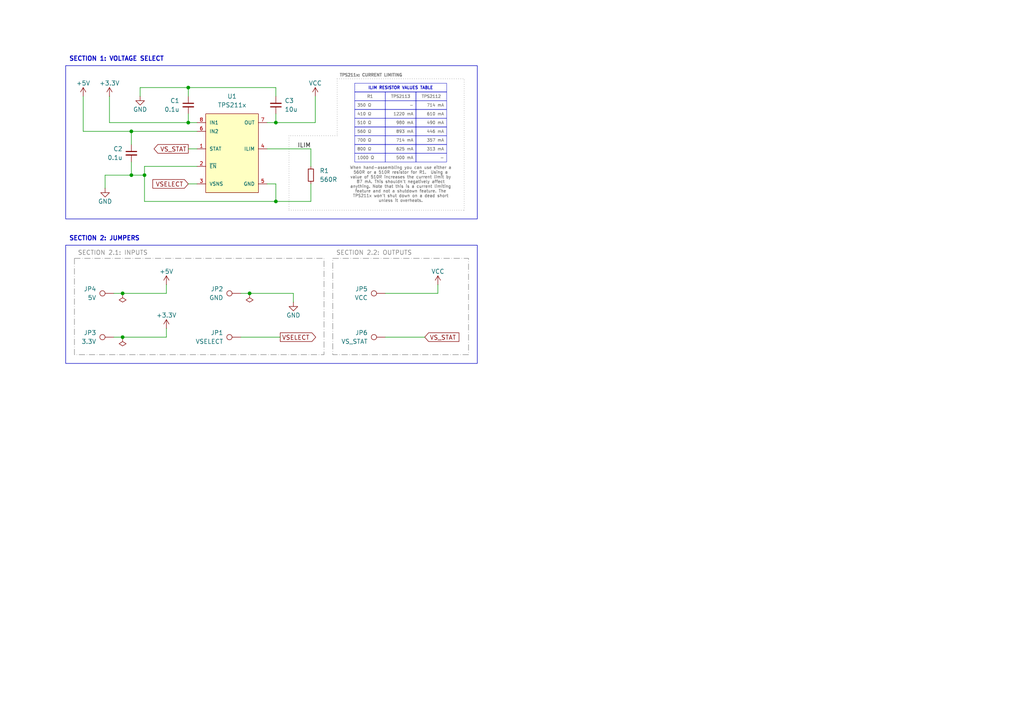
<source format=kicad_sch>
(kicad_sch (version 20231120) (generator "eeschema") (generator_version "8.0")
  (paper "A4")
  (title_block (title "OSCR Automatic Voltage Selection Module (VSELECT)") (date "2024-08-27") (rev "3"))
  (lib_symbols
    (symbol "!OSCRMisc:IC - VSELECT - TPS2113" (pin_names (offset 1.016))
      (property "Reference" "U" (at 7.62 1.27 0))
      (symbol "IC - VSELECT - TPS2113_1_1"
        (rectangle (start 0 0) (end 15.24 -22.86) (fill (type background)))
        (pin passive line (at -2.54 -10.16 0) (length 2.54) (name "STAT") (number "1"))
        (pin input line (at -2.54 -15.24 0) (length 2.54) (name "~{EN}") (number "2"))
        (pin input line (at -2.54 -20.32 0) (length 2.54) (name "VSNS") (number "3"))
        (pin input line (at 17.78 -10.16 180) (length 2.54) (name "ILIM") (number "4"))
        (pin power_in line (at 17.78 -20.32 180) (length 2.54) (name "GND") (number "5"))
        (pin power_in line (at -2.54 -5.08 0) (length 2.54) (name "IN2") (number "6"))
        (pin power_out line (at 17.78 -2.54 180) (length 2.54) (name "OUT") (number "7"))
        (pin power_in line (at -2.54 -2.54 0) (length 2.54) (name "IN1") (number "8"))
        (pin power_in line (at 17.78 -20.32 180) (length 2.54) hide (name "GND") (number "9"))
      )
    )
    (symbol "Connector:TestPoint" (pin_numbers hide) (pin_names (offset 0.762) hide)
      (property "Reference" "TP" (at 0 6.858 0))
      (property "Value" "TestPoint" (at 0 5.08 0))
      (symbol "TestPoint_0_1"
        (circle (center 0 3.302) (radius 0.762))
      )
      (symbol "TestPoint_1_1"
        (pin passive line (at 0 0 90) (length 2.54) (name "1") (number "1"))
      )
    )
    (symbol "Device:C_Small" (pin_numbers hide) (pin_names (offset 0.254) hide)
      (property "Reference" "C" (at 0.254 1.778 0))
      (property "Value" "C_Small" (at 0.254 -2.032 0))
      (symbol "C_Small_0_1"
        (polyline (pts (xy -1.524 -0.508) (xy 1.524 -0.508)) (stroke (width 0.3302)))
        (polyline (pts (xy -1.524 0.508) (xy 1.524 0.508)) (stroke (width 0.3048)))
      )
      (symbol "C_Small_1_1"
        (pin passive line (at 0 2.54 270) (length 2.032) (name "~") (number "1"))
        (pin passive line (at 0 -2.54 90) (length 2.032) (name "~") (number "2"))
      )
    )
    (symbol "Device:R_Small" (pin_numbers hide) (pin_names (offset 0.254) hide)
      (property "Reference" "R" (at 0.762 0.508 0))
      (property "Value" "R_Small" (at 0.762 -1.016 0))
      (symbol "R_Small_0_1"
        (rectangle (start -0.762 1.778) (end 0.762 -1.778) (stroke (width 0.2032)))
      )
      (symbol "R_Small_1_1"
        (pin passive line (at 0 2.54 270) (length 0.762) (name "~") (number "1"))
        (pin passive line (at 0 -2.54 90) (length 0.762) (name "~") (number "2"))
      )
    )
    (symbol "power:+3.3V" (power) (pin_numbers hide) (pin_names (offset 0) hide)
      (property "Value" "+3.3V" (at 0 3.556 0))
      (symbol "+3.3V_0_1"
        (polyline (pts (xy -0.762 1.27) (xy 0 2.54)))
        (polyline (pts (xy 0 0) (xy 0 2.54)))
        (polyline (pts (xy 0 2.54) (xy 0.762 1.27)))
      )
      (symbol "+3.3V_1_1"
        (pin power_in line (at 0 0 90) (length 0) (name "~") (number "1"))
      )
    )
    (symbol "power:+5V" (power) (pin_numbers hide) (pin_names (offset 0) hide)
      (property "Value" "+5V" (at 0 3.556 0))
      (symbol "+5V_0_1"
        (polyline (pts (xy -0.762 1.27) (xy 0 2.54)))
        (polyline (pts (xy 0 0) (xy 0 2.54)))
        (polyline (pts (xy 0 2.54) (xy 0.762 1.27)))
      )
      (symbol "+5V_1_1"
        (pin power_in line (at 0 0 90) (length 0) (name "~") (number "1"))
      )
    )
    (symbol "power:GND" (power) (pin_numbers hide) (pin_names (offset 0) hide)
      (property "Value" "GND" (at 0 -3.81 0))
      (symbol "GND_0_1"
        (polyline (pts (xy 0 0) (xy 0 -1.27) (xy 1.27 -1.27) (xy 0 -2.54) (xy -1.27 -1.27) (xy 0 -1.27)))
      )
      (symbol "GND_1_1"
        (pin power_in line (at 0 0 270) (length 0) (name "~") (number "1"))
      )
    )
    (symbol "power:PWR_FLAG" (power) (pin_numbers hide) (pin_names (offset 0) hide)
      (property "Value" "PWR_FLAG" (at 0 3.81 0))
      (symbol "PWR_FLAG_0_0"
        (pin power_out line (at 0 0 90) (length 0) (name "~") (number "1"))
      )
      (symbol "PWR_FLAG_0_1"
        (polyline (pts (xy 0 0) (xy 0 1.27) (xy -1.016 1.905) (xy 0 2.54) (xy 1.016 1.905) (xy 0 1.27)))
      )
    )
    (symbol "power:VCC" (power) (pin_numbers hide) (pin_names (offset 0) hide)
      (property "Value" "VCC" (at 0 3.556 0))
      (symbol "VCC_0_1"
        (polyline (pts (xy -0.762 1.27) (xy 0 2.54)))
        (polyline (pts (xy 0 0) (xy 0 2.54)))
        (polyline (pts (xy 0 2.54) (xy 0.762 1.27)))
      )
      (symbol "VCC_1_1"
        (pin power_in line (at 0 0 90) (length 0) (name "~") (number "1"))
      )
    )
  )
  (junction (at 72.39 85.09))
  (junction (at 35.56 97.79))
  (junction (at 80.01 35.56))
  (junction (at 54.61 35.56))
  (junction (at 38.1 50.8))
  (junction (at 35.56 85.09))
  (junction (at 54.61 25.4))
  (junction (at 41.91 50.8))
  (junction (at 80.01 58.42))
  (junction (at 38.1 38.1))
  (wire (pts (xy 127 82.55) (xy 127 85.09)))
  (wire (pts (xy 41.91 58.42) (xy 80.01 58.42)))
  (wire (pts (xy 24.13 38.1) (xy 24.13 27.94)))
  (wire (pts (xy 111.76 97.79) (xy 123.19 97.79)))
  (polyline (pts (xy 97.79 22.86) (xy 97.79 39.37)) (stroke (width 0) (type dot) (color 132 132 132 1)))
  (wire (pts (xy 77.47 53.34) (xy 80.01 53.34)))
  (polyline (pts (xy 134.62 60.96) (xy 134.62 22.86)) (stroke (width 0) (type dot) (color 132 132 132 1)))
  (wire (pts (xy 54.61 53.34) (xy 57.15 53.34)))
  (wire (pts (xy 69.85 97.79) (xy 81.28 97.79)))
  (wire (pts (xy 85.09 85.09) (xy 85.09 87.63)))
  (wire (pts (xy 38.1 38.1) (xy 57.15 38.1)))
  (wire (pts (xy 80.01 25.4) (xy 54.61 25.4)))
  (wire (pts (xy 80.01 58.42) (xy 90.17 58.42)))
  (wire (pts (xy 80.01 53.34) (xy 80.01 58.42)))
  (wire (pts (xy 35.56 97.79) (xy 48.26 97.79)))
  (wire (pts (xy 54.61 33.02) (xy 54.61 35.56)))
  (wire (pts (xy 38.1 38.1) (xy 24.13 38.1)))
  (wire (pts (xy 54.61 43.18) (xy 57.15 43.18)))
  (wire (pts (xy 30.48 50.8) (xy 30.48 54.61)))
  (wire (pts (xy 69.85 85.09) (xy 72.39 85.09)))
  (wire (pts (xy 57.15 48.26) (xy 41.91 48.26)))
  (wire (pts (xy 38.1 50.8) (xy 30.48 50.8)))
  (wire (pts (xy 33.02 85.09) (xy 35.56 85.09)))
  (wire (pts (xy 111.76 85.09) (xy 127 85.09)))
  (wire (pts (xy 72.39 85.09) (xy 85.09 85.09)))
  (wire (pts (xy 80.01 33.02) (xy 80.01 35.56)))
  (wire (pts (xy 91.44 27.94) (xy 91.44 35.56)))
  (wire (pts (xy 31.75 27.94) (xy 31.75 35.56)))
  (wire (pts (xy 40.64 27.94) (xy 40.64 25.4)))
  (wire (pts (xy 38.1 38.1) (xy 38.1 41.91)))
  (wire (pts (xy 33.02 97.79) (xy 35.56 97.79)))
  (wire (pts (xy 31.75 35.56) (xy 54.61 35.56)))
  (wire (pts (xy 80.01 35.56) (xy 91.44 35.56)))
  (wire (pts (xy 90.17 53.34) (xy 90.17 58.42)))
  (wire (pts (xy 35.56 85.09) (xy 48.26 85.09)))
  (wire (pts (xy 40.64 25.4) (xy 54.61 25.4)))
  (wire (pts (xy 48.26 95.25) (xy 48.26 97.79)))
  (wire (pts (xy 54.61 35.56) (xy 57.15 35.56)))
  (wire (pts (xy 77.47 35.56) (xy 80.01 35.56)))
  (wire (pts (xy 54.61 25.4) (xy 54.61 27.94)))
  (polyline (pts (xy 83.82 39.37) (xy 83.82 60.96)) (stroke (width 0) (type dot) (color 132 132 132 1)))
  (polyline (pts (xy 83.82 60.96) (xy 134.62 60.96)) (stroke (width 0) (type dot) (color 132 132 132 1)))
  (wire (pts (xy 90.17 43.18) (xy 90.17 48.26)))
  (wire (pts (xy 41.91 58.42) (xy 41.91 50.8)))
  (polyline (pts (xy 97.79 22.86) (xy 134.62 22.86)) (stroke (width 0) (type dot) (color 132 132 132 1)))
  (wire (pts (xy 80.01 27.94) (xy 80.01 25.4)))
  (wire (pts (xy 38.1 50.8) (xy 41.91 50.8)))
  (wire (pts (xy 77.47 43.18) (xy 90.17 43.18)))
  (wire (pts (xy 38.1 46.99) (xy 38.1 50.8)))
  (wire (pts (xy 41.91 50.8) (xy 41.91 48.26)))
  (polyline (pts (xy 97.79 39.37) (xy 83.82 39.37)) (stroke (width 0) (type dot) (color 132 132 132 1)))
  (wire (pts (xy 48.26 82.55) (xy 48.26 85.09)))
  (rectangle (start 21.59 74.93) (end 93.98 102.87) (stroke (width 0) (type dash_dot) (color 132 132 132 1)))
  (rectangle (start 96.52 74.93) (end 135.89 102.87) (stroke (width 0) (type dash_dot) (color 132 132 132 1)))
  (rectangle (start 19.05 71.12) (end 138.43 105.41))
  (rectangle (start 19.05 19.05) (end 138.43 63.5))
  (text_box "350 Ω" (at 102.87 29.21 0) (size 8.89 2.54) (stroke (width 0.1)) (effects (font (size 0.847 0.847)) (justify left)))
  (text_box "SECTION 2: JUMPERS" (at 19.05 67.31 0) (size 119.38 3.81) (stroke (width -0.0001)) (effects (font (size 1.27 1.27) (thickness 0.254) (bold yes)) (justify left top)))
  (text_box "700 Ω" (at 102.87 39.37 0) (size 8.89 2.54) (stroke (width 0.1)) (effects (font (size 0.847 0.847)) (justify left)))
  (text_box "TPS2113" (at 111.76 26.67 0) (size 8.89 2.54) (stroke (width 0.1)) (effects (font (size 0.847 0.847) (thickness 0.1694) (bold yes))))
  (text_box "510 Ω" (at 102.87 34.29 0) (size 8.89 2.54) (stroke (width 0.1)) (effects (font (size 0.847 0.847)) (justify left)))
  (text_box "446 mA" (at 120.65 36.83 0) (size 8.89 2.54) (stroke (width 0.1)) (effects (font (size 0.847 0.847)) (justify right)))
  (text_box "490 mA" (at 120.65 34.29 0) (size 8.89 2.54) (stroke (width 0.1)) (effects (font (size 0.847 0.847)) (justify right)))
  (text_box "R1" (at 102.87 26.67 0) (size 8.89 2.54) (stroke (width 0.1)) (effects (font (size 0.847 0.847) (thickness 0.1694) (bold yes))))
  (text_box "980 mA" (at 111.76 34.29 0) (size 8.89 2.54) (stroke (width 0.1)) (effects (font (size 0.847 0.847)) (justify right)))
  (text_box "893 mA" (at 111.76 36.83 0) (size 8.89 2.54) (stroke (width 0.1)) (effects (font (size 0.847 0.847)) (justify right)))
  (text_box "1000 Ω" (at 102.87 44.45 0) (size 8.89 2.54) (stroke (width 0.1)) (effects (font (size 0.847 0.847)) (justify left)))
  (text_box "714 mA" (at 111.76 39.37 0) (size 8.89 2.54) (stroke (width 0.1)) (effects (font (size 0.847 0.847)) (justify right)))
  (text_box "313 mA" (at 120.65 41.91 0) (size 8.89 2.54) (stroke (width 0.1)) (effects (font (size 0.847 0.847)) (justify right)))
  (text_box "TPS211x: CURRENT LIMITING" (at 97.79 20.32 0) (size 36.83 2.54) (stroke (width -0.0001)) (effects (font (size 0.847 0.847) (thickness 0.254) (bold yes)) (justify left bottom)))
  (text_box "714 mA" (at 120.65 29.21 0) (size 8.89 2.54) (stroke (width 0.1)) (effects (font (size 0.847 0.847)) (justify right)))
  (text_box "500 mA" (at 111.76 44.45 0) (size 8.89 2.54) (stroke (width 0.1)) (effects (font (size 0.847 0.847)) (justify right)))
  (text_box "625 mA" (at 111.76 41.91 0) (size 8.89 2.54) (stroke (width 0.1)) (effects (font (size 0.847 0.847)) (justify right)))
  (text_box "560 Ω" (at 102.87 36.83 0) (size 8.89 2.54) (stroke (width 0.1)) (effects (font (size 0.847 0.847)) (justify left)))
  (text_box "357 mA" (at 120.65 39.37 0) (size 8.89 2.54) (stroke (width 0.1)) (effects (font (size 0.847 0.847)) (justify right)))
  (text_box "SECTION 2.2: OUTPUTS" (at 96.52 72.39 0) (size 39.37 2.54) (stroke (width -0.0001)) (effects (font (size 1.27 1.27)) (justify left bottom)))
  (text_box "610 mA" (at 120.65 31.75 0) (size 8.89 2.54) (stroke (width 0.1)) (effects (font (size 0.847 0.847)) (justify right)))
  (text_box "1220 mA" (at 111.76 31.75 0) (size 8.89 2.54) (stroke (width 0.1)) (effects (font (size 0.847 0.847)) (justify right)))
  (text_box "410 Ω" (at 102.87 31.75 0) (size 8.89 2.54) (stroke (width 0.1)) (effects (font (size 0.847 0.847)) (justify left)))
  (text_box "-" (at 111.76 29.21 0) (size 8.89 2.54) (stroke (width 0.1)) (effects (font (size 0.847 0.847)) (justify right)))
  (text_box "SECTION 2.1: INPUTS" (at 21.59 72.39 0) (size 72.39 2.54) (stroke (width -0.0001)) (effects (font (size 1.27 1.27)) (justify left bottom)))
  (text_box "ILIM RESISTOR VALUES TABLE" (at 102.87 24.13 0) (size 26.67 2.54) (stroke (width 0.1)) (effects (font (size 0.847 0.847) (thickness 0.1694) (bold yes))))
  (text_box "TPS2112" (at 120.65 26.67 0) (size 8.89 2.54) (stroke (width 0.1)) (effects (font (size 0.847 0.847) (thickness 0.1694) (bold yes))))
  (text_box "-" (at 120.65 44.45 0) (size 8.89 2.54) (stroke (width 0.1)) (effects (font (size 0.847 0.847)) (justify right)))
  (text_box "800 Ω" (at 102.87 41.91 0) (size 8.89 2.54) (stroke (width 0.1)) (effects (font (size 0.847 0.847)) (justify left)))
  (text_box "SECTION 1: VOLTAGE SELECT" (at 19.05 15.24 0) (size 119.38 3.81) (stroke (width -0.0001)) (effects (font (size 1.27 1.27) (thickness 0.254) (bold yes)) (justify left top)))
  (text_box "When hand-assembling you can use either a 560R or a 510R resistor for R1.  Using a value of 510R increases the current limit by 87 mA. This shouldn't negatively affect anything. Note that this is a current limiting feature and not a shutdown feature. The TPS211x won't shut down on a dead short unless it overheats." (at 100.33 46.99 0) (size 31.75 12.7) (stroke (width -0.0001) (type dot)) (effects (font (size 0.847 0.847))))
  (label "ILIM" (at 90.17 43.18 180))
  (global_label "VS_STAT" (shape input) (at 123.19 97.79 0) (property "Intersheetrefs" "${INTERSHEET_REFS}" (effects (hide yes))))
  (global_label "VSELECT" (shape output) (at 81.28 97.79 0) (property "Intersheetrefs" "${INTERSHEET_REFS}" (effects (hide yes))))
  (global_label "VS_STAT" (shape output) (at 54.61 43.18 180) (property "Intersheetrefs" "${INTERSHEET_REFS}" (effects (hide yes))))
  (global_label "VSELECT" (shape input) (at 54.61 53.34 180) (property "Intersheetrefs" "${INTERSHEET_REFS}" (effects (hide yes))))
  (symbol (lib_id "Device:C_Small") (at 38.1 44.45 0) (unit 1)
    (property "Reference" "C2" (at 35.56 43.1862 0) (effects (justify right)))
    (property "Value" "0.1u" (at 35.56 45.7262 0) (effects (justify right)))
    (property "Footprint" "Capacitor_SMD:C_0402_1005Metric_Pad0.74x0.62mm_HandSolder" (effects (hide yes)))
    (property "Description" "Unpolarized capacitor, small symbol" (effects (hide yes)))
    (property "LCSC" "C1525" (effects (hide yes)))
    (property "Part" "CL05B104KO5NNNC" (effects (hide yes)))
  )
  (symbol (lib_id "power:VCC") (at 127 82.55 0) (unit 1)
    (property "Reference" "#PWR0102" (effects (hide yes)))
    (property "Value" "VCC" (at 127 78.74 0))
    (property "Description" "Power symbol creates a global label with name \"VCC\"" (effects (hide yes)))
  )
  (symbol (lib_id "power:+3.3V") (at 31.75 27.94 0) (unit 1)
    (property "Reference" "#PWR02" (effects (hide yes)))
    (property "Value" "+3.3V" (at 31.75 24.13 0))
    (property "Description" "Power symbol creates a global label with name \"+3.3V\"" (effects (hide yes)))
  )
  (symbol (lib_id "Device:C_Small") (at 80.01 30.48 180) (unit 1)
    (property "Reference" "C3" (at 82.55 29.2035 0) (effects (justify right)))
    (property "Value" "10u" (at 82.55 31.7435 0) (effects (justify right)))
    (property "Footprint" "Capacitor_SMD:C_0402_1005Metric_Pad0.74x0.62mm_HandSolder" (effects (hide yes)))
    (property "Description" "Unpolarized capacitor, small symbol" (effects (hide yes)))
    (property "LCSC" "C15525" (effects (hide yes)))
    (property "Part" "CL05A106MQ5NUNC" (effects (hide yes)))
  )
  (symbol (lib_id "Connector:TestPoint") (at 69.85 85.09 90) (unit 1) (in_bom no)
    (property "Reference" "JP2" (at 64.77 83.8199 90) (effects (justify left)))
    (property "Value" "GND" (at 64.77 86.3599 90) (effects (justify left)))
    (property "Footprint" "TestPoint:TestPoint_Pad_2.0x2.0mm" (effects (hide yes)))
    (property "Description" "test point" (effects (hide yes)))
  )
  (symbol (lib_id "!OSCRMisc:IC - VSELECT - TPS2113") (at 59.69 33.02 0) (unit 1)
    (property "Reference" "U1" (at 67.31 27.94 0))
    (property "Value" "TPS211x" (at 67.31 30.48 0))
    (property "Footprint" "!OSCRMisc:IC - VSELECT - TPS2113" (effects (hide yes)))
    (property "Datasheet" "http://www.ti.com/general/docs/lit/getliterature.tsp?genericPartNumber=TPS2113&fileType=pdf" (effects (hide yes)))
    (property "Description" "OR Controller, Source Selector Switch, N-Channel, 2:1" (effects (hide yes)))
    (property "LCSC" "C354512" (effects (hide yes)))
    (property "Part" "Hand/TPS2113APWR (C130052); Machine/TPS2113ADRBR (C354512)" (effects (hide yes)))
    (property "Note" "You can substitute a TPS2112, just be sure to update the value of R1." (effects (hide yes)))
  )
  (symbol (lib_id "power:GND") (at 30.48 54.61 0) (unit 1)
    (property "Reference" "#PWR01" (effects (hide yes)))
    (property "Value" "GND" (at 30.48 58.42 0))
    (property "Description" "Power symbol creates a global label with name \"GND\" , ground" (effects (hide yes)))
  )
  (symbol (lib_id "Connector:TestPoint") (at 111.76 85.09 90) (unit 1) (in_bom no)
    (property "Reference" "JP5" (at 106.68 83.8199 90) (effects (justify left)))
    (property "Value" "VCC" (at 106.68 86.3599 90) (effects (justify left)))
    (property "Footprint" "!OSCRMisc:Header - VSELECT - Switch Pad" (effects (hide yes)))
    (property "Description" "test point" (effects (hide yes)))
  )
  (symbol (lib_id "power:GND") (at 40.64 27.94 0) (unit 1)
    (property "Reference" "#PWR0101" (effects (hide yes)))
    (property "Value" "GND" (at 40.64 31.75 0))
    (property "Description" "Power symbol creates a global label with name \"GND\" , ground" (effects (hide yes)))
  )
  (symbol (lib_id "Connector:TestPoint") (at 69.85 97.79 90) (unit 1) (in_bom no)
    (property "Reference" "JP1" (at 64.77 96.5199 90) (effects (justify left)))
    (property "Value" "VSELECT" (at 64.77 99.0599 90) (effects (justify left)))
    (property "Footprint" "TestPoint:TestPoint_Pad_2.0x2.0mm" (effects (hide yes)))
  )
  (symbol (lib_id "Device:R_Small") (at 90.17 50.8 180) (unit 1)
    (property "Reference" "R1" (at 92.71 49.5299 0) (effects (justify right)))
    (property "Value" "560R" (at 92.71 52.0699 0) (effects (justify right)))
    (property "Footprint" "Resistor_SMD:R_0402_1005Metric_Pad0.72x0.64mm_HandSolder" (effects (hide yes)))
    (property "Description" "Resistor, small symbol" (effects (hide yes)))
    (property "LCSC" "C25123" (effects (hide yes)))
    (property "Alt Parts" "1.12A/560R (C137858); 0.98A/510R (C25123)" (effects (hide yes)))
    (property "Part" "0402WGF5100TCE" (effects (hide yes)))
    (property "Note" "The closest JLCPCB \"basic part\" is for the 510R" (effects (hide yes)))
  )
  (symbol (lib_id "Connector:TestPoint") (at 111.76 97.79 90) (unit 1) (in_bom no)
    (property "Reference" "JP6" (at 106.68 96.5199 90) (effects (justify left)))
    (property "Value" "VS_STAT" (at 106.68 99.0599 90) (effects (justify left)))
    (property "Footprint" "TestPoint:TestPoint_Pad_2.0x2.0mm" (effects (hide yes)))
  )
  (symbol (lib_id "Connector:TestPoint") (at 33.02 85.09 90) (unit 1) (in_bom no)
    (property "Reference" "JP4" (at 27.94 83.8199 90) (effects (justify left)))
    (property "Value" "5V" (at 27.94 86.3599 90) (effects (justify left)))
    (property "Footprint" "!OSCRMisc:Header - VSELECT - Switch Pad" (effects (hide yes)))
  )
  (symbol (lib_id "power:+5V") (at 48.26 82.55 0) (unit 1)
    (property "Reference" "#PWR0104" (effects (hide yes)))
    (property "Value" "+5V" (at 48.26 78.74 0))
    (property "Description" "Power symbol creates a global label with name \"+5V\"" (effects (hide yes)))
  )
  (symbol (lib_id "Connector:TestPoint") (at 33.02 97.79 90) (unit 1) (in_bom no)
    (property "Reference" "JP3" (at 27.94 96.5199 90) (effects (justify left)))
    (property "Value" "3.3V" (at 27.94 99.0599 90) (effects (justify left)))
    (property "Footprint" "!OSCRMisc:Header - VSELECT - Switch Pad" (effects (hide yes)))
  )
  (symbol (lib_id "power:PWR_FLAG") (at 35.56 85.09 180) (unit 1)
    (property "Reference" "#FLG0101" (effects (hide yes)))
    (property "Value" "PWR_FLAG" (effects (hide yes)))
    (property "Description" "Special symbol for telling ERC where power comes from" (effects (hide yes)))
  )
  (symbol (lib_id "power:VCC") (at 91.44 27.94 0) (unit 1)
    (property "Reference" "#PWR05" (effects (hide yes)))
    (property "Value" "VCC" (at 91.44 24.13 0))
    (property "Description" "Power symbol creates a global label with name \"VCC\"" (effects (hide yes)))
  )
  (symbol (lib_id "power:+3.3V") (at 48.26 95.25 0) (unit 1)
    (property "Reference" "#PWR0103" (effects (hide yes)))
    (property "Value" "+3.3V" (at 48.26 91.44 0))
    (property "Description" "Power symbol creates a global label with name \"+3.3V\"" (effects (hide yes)))
  )
  (symbol (lib_id "Device:C_Small") (at 54.61 30.48 0) (unit 1)
    (property "Reference" "C1" (at 52.07 29.2162 0) (effects (justify right)))
    (property "Value" "0.1u" (at 52.07 31.7562 0) (effects (justify right)))
    (property "Footprint" "Capacitor_SMD:C_0402_1005Metric_Pad0.74x0.62mm_HandSolder" (effects (hide yes)))
    (property "Description" "Unpolarized capacitor, small symbol" (effects (hide yes)))
    (property "LCSC" "C1525" (effects (hide yes)))
    (property "Part" "CL05B104KO5NNNC" (effects (hide yes)))
  )
  (symbol (lib_id "power:PWR_FLAG") (at 35.56 97.79 180) (unit 1)
    (property "Reference" "#FLG0102" (effects (hide yes)))
    (property "Value" "PWR_FLAG" (effects (hide yes)))
    (property "Description" "Special symbol for telling ERC where power comes from" (effects (hide yes)))
  )
  (symbol (lib_id "power:PWR_FLAG") (at 72.39 85.09 180) (unit 1)
    (property "Reference" "#FLG0103" (effects (hide yes)))
    (property "Value" "PWR_FLAG" (effects (hide yes)))
    (property "Description" "Special symbol for telling ERC where power comes from" (effects (hide yes)))
  )
  (symbol (lib_id "power:GND") (at 85.09 87.63 0) (unit 1)
    (property "Reference" "#PWR0105" (effects (hide yes)))
    (property "Value" "GND" (at 85.09 91.44 0))
    (property "Description" "Power symbol creates a global label with name \"GND\" , ground" (effects (hide yes)))
  )
  (symbol (lib_id "power:+5V") (at 24.13 27.94 0) (unit 1)
    (property "Reference" "#PWR03" (effects (hide yes)))
    (property "Value" "+5V" (at 24.13 24.13 0))
    (property "Description" "Power symbol creates a global label with name \"+5V\"" (effects (hide yes)))
  )
)
</source>
